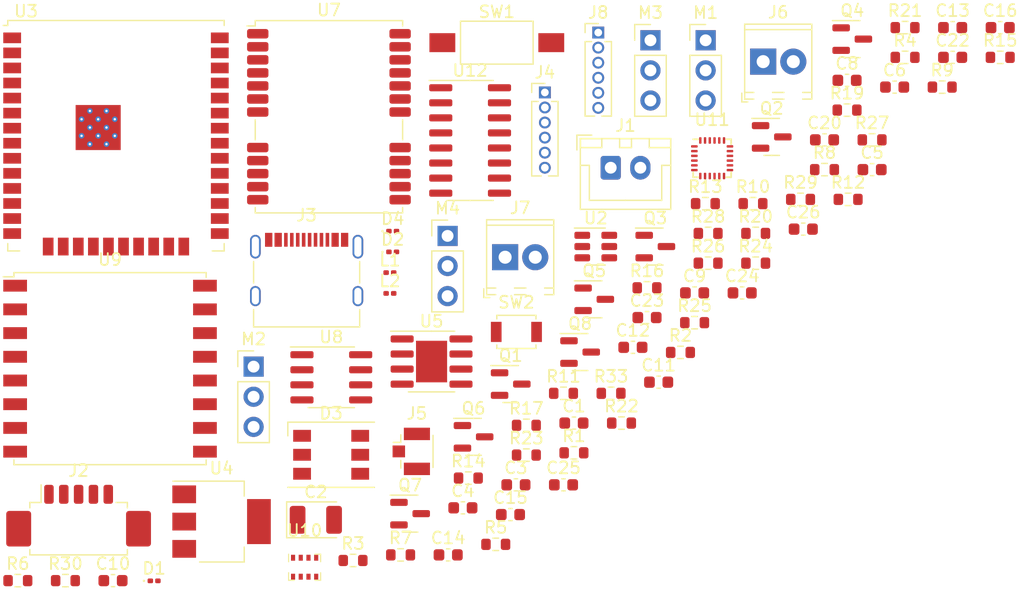
<source format=kicad_pcb>
(kicad_pcb (version 20211014) (generator pcbnew)
  (layers (0 "F.Cu" signal) (31 "B.Cu" signal) (34 "B.Paste" user) (35 "F.Paste" user) (36 "B.SilkS" user "B.Silkscreen") (37 "F.SilkS" user "F.Silkscreen") (38 "B.Mask" user) (39 "F.Mask" user) (44 "Edge.Cuts" user))
  (net 0 "")
  (net 1 "+5V")
  (net 2 "GND")
  (net 3 "+BATT")
  (net 4 "+3V3")
  (net 5 "Net-(C8-Pad1)")
  (net 6 "Net-(C10-Pad1)")
  (net 7 "Net-(C12-Pad2)")
  (net 8 "Net-(C24-Pad1)")
  (net 9 "Net-(C26-Pad1)")
  (net 10 "Net-(D1-Pad2)")
  (net 11 "Net-(D2-Pad2)")
  (net 13 "Net-(D3-Pad2)")
  (net 15 "Net-(D4-Pad2)")
  (net 16 "EXT_INT")
  (net 17 "SCL")
  (net 18 "cc1")
  (net 19 "Net-(J3-PadA6)")
  (net 20 "Net-(J3-PadA7)")
  (net 22 "cc2")
  (net 24 "TDO")
  (net 25 "TMS")
  (net 26 "TCK")
  (net 27 "TDI")
  (net 28 "Net-(J5-Pad1)")
  (net 29 "Net-(J6-Pad1)")
  (net 30 "Net-(J7-Pad1)")
  (net 31 "MOSI")
  (net 32 "MISO")
  (net 33 "SCK")
  (net 34 "FLASH_SS")
  (net 35 "Net-(L1-Pad1)")
  (net 36 "Net-(L2-Pad1)")
  (net 37 "SERVO0")
  (net 38 "SERVO1")
  (net 39 "SERVO2")
  (net 40 "SERVO3")
  (net 41 "FIRE0")
  (net 42 "Net-(Q1-Pad3)")
  (net 43 "IO0")
  (net 44 "FIRE1")
  (net 45 "Net-(Q4-Pad3)")
  (net 46 "Buzz")
  (net 47 "Net-(BZ1-Pad2)")
  (net 48 "Net-(Q7-Pad1)")
  (net 49 "Net-(Q7-Pad2)")
  (net 50 "RST")
  (net 51 "Net-(Q8-Pad1)")
  (net 52 "Net-(Q8-Pad2)")
  (net 53 "SDA")
  (net 54 "Net-(R8-Pad2)")
  (net 55 "Net-(R10-Pad1)")
  (net 56 "Net-(R13-Pad1)")
  (net 57 "Net-(R14-Pad2)")
  (net 58 "LORA_SS")
  (net 59 "IMU_SS")
  (net 60 "TXD")
  (net 61 "Net-(R26-Pad2)")
  (net 62 "RXD")
  (net 63 "Net-(R27-Pad2)")
  (net 64 "D+")
  (net 65 "D-")
  (net 92 "Net-(AE1-Pad1)")
  (footprint "Connector_PinHeader_2.54mm:PinHeader_1x03_P2.54mm_Vertical" (layer "F.Cu") (at 115.3 33.81)
    (fp_text reference "M1" (at 0 -2.33) (layer "F.SilkS"))
    (fp_text value "Motor_Servo")
    (pad "1" thru_hole rect (at 0 0) (size 1.7 1.7) (drill 1) (layers *.Cu *.Mask) (net 37 "SERVO0"))
    (pad "2" thru_hole oval (at 0 2.54) (size 1.7 1.7) (drill 1) (layers *.Cu *.Mask) (net 1 "+5V"))
    (pad "3" thru_hole oval (at 0 5.08) (size 1.7 1.7) (drill 1) (layers *.Cu *.Mask) (net 2 "GND"))
  )
  (footprint "Package_TO_SOT_SMD:SOT-23" (layer "F.Cu") (at 98.87 62.81)
    (fp_text reference "Q1" (at 0 -2.4) (layer "F.SilkS"))
    (fp_text value "BSS138")
    (pad "1" smd roundrect (at -0.9375 -0.95) (size 1.475 0.6) (layers "F.Cu" "F.Paste" "F.Mask") (net 4 "+3V3"))
    (pad "2" smd roundrect (at -0.9375 0.95) (size 1.475 0.6) (layers "F.Cu" "F.Paste" "F.Mask") (net 41 "FIRE0"))
    (pad "3" smd roundrect (at 0.9375 0) (size 1.475 0.6) (layers "F.Cu" "F.Paste" "F.Mask") (net 42 "Net-(Q1-Pad3)"))
  )
  (footprint "Button_Switch_SMD:SW_SPST_FSMSM" (layer "F.Cu") (at 97.7 34.01)
    (fp_text reference "SW1" (at 0 -2.6) (layer "F.SilkS"))
    (fp_text value "RST")
    (pad "1" smd rect (at -4.59 0) (size 2.18 1.6) (layers "F.Cu" "F.Paste" "F.Mask") (net 2 "GND"))
    (pad "2" smd rect (at 4.59 0) (size 2.18 1.6) (layers "F.Cu" "F.Paste" "F.Mask") (net 50 "RST"))
  )
  (footprint "Inductor_SMD:L_0201_0603Metric" (layer "F.Cu") (at 88.69 53.41)
    (fp_text reference "L1" (at 0 -1.05) (layer "F.SilkS"))
    (fp_text value "10u")
    (pad "1" smd roundrect (at -0.32 0) (size 0.46 0.4) (layers "F.Cu" "F.Mask") (net 35 "Net-(L1-Pad1)"))
    (pad "2" smd roundrect (at 0.32 0) (size 0.46 0.4) (layers "F.Cu" "F.Mask") (net 1 "+5V"))
  )
  (footprint "Resistor_SMD:R_0603_1608Metric" (layer "F.Cu") (at 108.21 66.1)
    (fp_text reference "R22" (at 0 -1.43) (layer "F.SilkS"))
    (fp_text value "1k")
    (pad "1" smd roundrect (at -0.825 0) (size 0.8 0.95) (layers "F.Cu" "F.Paste" "F.Mask") (net 11 "Net-(D2-Pad2)"))
    (pad "2" smd roundrect (at 0.825 0) (size 0.8 0.95) (layers "F.Cu" "F.Paste" "F.Mask") (net 29 "Net-(J6-Pad1)"))
  )
  (footprint "Capacitor_SMD:C_0603_1608Metric" (layer "F.Cu") (at 125.32 42.21)
    (fp_text reference "C20" (at 0 -1.43) (layer "F.SilkS"))
    (fp_text value "100n")
    (pad "1" smd roundrect (at -0.775 0) (size 0.9 0.95) (layers "F.Cu" "F.Paste" "F.Mask") (net 4 "+3V3"))
    (pad "2" smd roundrect (at 0.775 0) (size 0.9 0.95) (layers "F.Cu" "F.Paste" "F.Mask") (net 2 "GND"))
  )
  (footprint "LED_SMD:LED_WS2812_PLCC6_5.0x5.0mm_P1.6mm" (layer "F.Cu") (at 83.735 68.775)
    (fp_text reference "D3" (at 0 -3.5) (layer "F.SilkS"))
    (fp_text value "WS2812")
    (pad "1" smd rect (at -2.45 -1.6) (size 1.5 1) (layers "F.Cu" "F.Paste" "F.Mask"))
    (pad "2" smd rect (at -2.45 0) (size 1.5 1) (layers "F.Cu" "F.Paste" "F.Mask") (net 13 "Net-(D3-Pad2)"))
    (pad "3" smd rect (at -2.45 1.6) (size 1.5 1) (layers "F.Cu" "F.Paste" "F.Mask") (net 1 "+5V"))
    (pad "4" smd rect (at 2.45 1.6) (size 1.5 1) (layers "F.Cu" "F.Paste" "F.Mask"))
    (pad "5" smd rect (at 2.45 0) (size 1.5 1) (layers "F.Cu" "F.Paste" "F.Mask") (net 1 "+5V"))
    (pad "6" smd rect (at 2.45 -1.6) (size 1.5 1) (layers "F.Cu" "F.Paste" "F.Mask") (net 2 "GND"))
  )
  (footprint "Package_TO_SOT_SMD:SOT-223-3_TabPin2" (layer "F.Cu") (at 74.5 74.41)
    (fp_text reference "U4" (at 0 -4.5) (layer "F.SilkS"))
    (fp_text value "AMS1117-3.3")
    (pad "1" smd rect (at -3.15 -2.3) (size 2 1.5) (layers "F.Cu" "F.Paste" "F.Mask") (net 2 "GND"))
    (pad "2" smd rect (at 3.15 0) (size 2 3.8) (layers "F.Cu" "F.Paste" "F.Mask") (net 4 "+3V3"))
    (pad "2" smd rect (at -3.15 0) (size 2 1.5) (layers "F.Cu" "F.Paste" "F.Mask") (net 4 "+3V3"))
    (pad "3" smd rect (at -3.15 2.3) (size 2 1.5) (layers "F.Cu" "F.Paste" "F.Mask") (net 1 "+5V"))
  )
  (footprint "Connector_PinHeader_2.54mm:PinHeader_1x03_P2.54mm_Vertical" (layer "F.Cu") (at 93.55 50.31)
    (fp_text reference "M4" (at 0 -2.33) (layer "F.SilkS"))
    (fp_text value "Motor_Servo")
    (pad "1" thru_hole rect (at 0 0) (size 1.7 1.7) (drill 1) (layers *.Cu *.Mask) (net 40 "SERVO3"))
    (pad "2" thru_hole oval (at 0 2.54) (size 1.7 1.7) (drill 1) (layers *.Cu *.Mask) (net 1 "+5V"))
    (pad "3" thru_hole oval (at 0 5.08) (size 1.7 1.7) (drill 1) (layers *.Cu *.Mask) (net 2 "GND"))
  )
  (footprint "Capacitor_SMD:C_0603_1608Metric" (layer "F.Cu") (at 103.32 71.31)
    (fp_text reference "C25" (at 0 -1.43) (layer "F.SilkS"))
    (fp_text value "100n")
    (pad "1" smd roundrect (at -0.775 0) (size 0.9 0.95) (layers "F.Cu" "F.Paste" "F.Mask") (net 4 "+3V3"))
    (pad "2" smd roundrect (at 0.775 0) (size 0.9 0.95) (layers "F.Cu" "F.Paste" "F.Mask") (net 2 "GND"))
  )
  (footprint "Capacitor_SMD:C_0603_1608Metric" (layer "F.Cu") (at 114.37 55.12)
    (fp_text reference "C9" (at 0 -1.43) (layer "F.SilkS"))
    (fp_text value "100n")
    (pad "1" smd roundrect (at -0.775 0) (size 0.9 0.95) (layers "F.Cu" "F.Paste" "F.Mask") (net 4 "+3V3"))
    (pad "2" smd roundrect (at 0.775 0) (size 0.9 0.95) (layers "F.Cu" "F.Paste" "F.Mask") (net 2 "GND"))
  )
  (footprint "Resistor_SMD:R_0603_1608Metric" (layer "F.Cu") (at 127.31 47.23)
    (fp_text reference "R12" (at 0 -1.43) (layer "F.SilkS"))
    (fp_text value "22")
    (pad "1" smd roundrect (at -0.825 0) (size 0.8 0.95) (layers "F.Cu" "F.Paste" "F.Mask") (net 4 "+3V3"))
    (pad "2" smd roundrect (at 0.825 0) (size 0.8 0.95) (layers "F.Cu" "F.Paste" "F.Mask") (net 36 "Net-(L2-Pad1)"))
  )
  (footprint "Package_TO_SOT_SMD:SOT-23" (layer "F.Cu") (at 90.39 73.74)
    (fp_text reference "Q7" (at 0 -2.4) (layer "F.SilkS"))
    (fp_text value "S8050")
    (pad "1" smd roundrect (at -0.9375 -0.95) (size 1.475 0.6) (layers "F.Cu" "F.Paste" "F.Mask") (net 48 "Net-(Q7-Pad1)"))
    (pad "2" smd roundrect (at -0.9375 0.95) (size 1.475 0.6) (layers "F.Cu" "F.Paste" "F.Mask") (net 49 "Net-(Q7-Pad2)"))
    (pad "3" smd roundrect (at 0.9375 0) (size 1.475 0.6) (layers "F.Cu" "F.Paste" "F.Mask") (net 50 "RST"))
  )
  (footprint "Package_TO_SOT_SMD:SOT-23" (layer "F.Cu") (at 111.06 51.21)
    (fp_text reference "Q3" (at 0 -2.4) (layer "F.SilkS"))
    (fp_text value "IRLML6402")
    (pad "1" smd roundrect (at -0.9375 -0.95) (size 1.475 0.6) (layers "F.Cu" "F.Paste" "F.Mask") (net 42 "Net-(Q1-Pad3)"))
    (pad "2" smd roundrect (at -0.9375 0.95) (size 1.475 0.6) (layers "F.Cu" "F.Paste" "F.Mask") (net 3 "+BATT"))
    (pad "3" smd roundrect (at 0.9375 0) (size 1.475 0.6) (layers "F.Cu" "F.Paste" "F.Mask") (net 29 "Net-(J6-Pad1)"))
  )
  (footprint "Resistor_SMD:R_0603_1608Metric" (layer "F.Cu") (at 135.24 37.76)
    (fp_text reference "R9" (at 0 -1.43) (layer "F.SilkS"))
    (fp_text value "91k")
    (pad "1" smd roundrect (at -0.825 0) (size 0.8 0.95) (layers "F.Cu" "F.Paste" "F.Mask") (net 7 "Net-(C12-Pad2)"))
    (pad "2" smd roundrect (at 0.825 0) (size 0.8 0.95) (layers "F.Cu" "F.Paste" "F.Mask") (net 2 "GND"))
  )
  (footprint "Capacitor_SMD:C_0603_1608Metric" (layer "F.Cu") (at 140.13 32.74)
    (fp_text reference "C16" (at 0 -1.43) (layer "F.SilkS"))
    (fp_text value "100n")
    (pad "1" smd roundrect (at -0.775 0) (size 0.9 0.95) (layers "F.Cu" "F.Paste" "F.Mask") (net 4 "+3V3"))
    (pad "2" smd roundrect (at 0.775 0) (size 0.9 0.95) (layers "F.Cu" "F.Paste" "F.Mask") (net 2 "GND"))
  )
  (footprint "Button_Switch_SMD:SW_SPST_B3U-1000P" (layer "F.Cu") (at 99.35 58.41)
    (fp_text reference "SW2" (at 0 -2.5) (layer "F.SilkS"))
    (fp_text value "IO0")
    (pad "1" smd rect (at -1.7 0) (size 0.9 1.7) (layers "F.Cu" "F.Paste" "F.Mask") (net 2 "GND"))
    (pad "2" smd rect (at 1.7 0) (size 0.9 1.7) (layers "F.Cu" "F.Paste" "F.Mask") (net 43 "IO0"))
  )
  (footprint "Resistor_SMD:R_0603_1608Metric" (layer "F.Cu") (at 129.33 42.21)
    (fp_text reference "R27" (at 0 -1.43) (layer "F.SilkS"))
    (fp_text value "470")
    (pad "1" smd roundrect (at -0.825 0) (size 0.8 0.95) (layers "F.Cu" "F.Paste" "F.Mask") (net 62 "RXD"))
    (pad "2" smd roundrect (at 0.825 0) (size 0.8 0.95) (layers "F.Cu" "F.Paste" "F.Mask") (net 63 "Net-(R27-Pad2)"))
  )
  (footprint "RF_Module:HOPERF_RFM9XW_SMD" (layer "F.Cu") (at 65.1 61.51)
    (fp_text reference "U9" (at 0 -9.2) (layer "F.SilkS"))
    (fp_text value "RFM98W-315S2")
    (pad "1" smd rect (at -8 -7) (size 2 1) (layers "F.Cu" "F.Paste" "F.Mask") (net 2 "GND"))
    (pad "2" smd rect (at -8 -5) (size 2 1) (layers "F.Cu" "F.Paste" "F.Mask") (net 32 "MISO"))
    (pad "3" smd rect (at -8 -3) (size 2 1) (layers "F.Cu" "F.Paste" "F.Mask") (net 31 "MOSI"))
    (pad "4" smd rect (at -8 -1) (size 2 1) (layers "F.Cu" "F.Paste" "F.Mask") (net 33 "SCK"))
    (pad "5" smd rect (at -8 1) (size 2 1) (layers "F.Cu" "F.Paste" "F.Mask") (net 58 "LORA_SS"))
    (pad "6" smd rect (at -8 3) (size 2 1) (layers "F.Cu" "F.Paste" "F.Mask"))
    (pad "7" smd rect (at -8 5) (size 2 1) (layers "F.Cu" "F.Paste" "F.Mask"))
    (pad "8" smd rect (at -8 7) (size 2 1) (layers "F.Cu" "F.Paste" "F.Mask") (net 2 "GND"))
    (pad "9" smd rect (at 8 7) (size 2 1) (layers "F.Cu" "F.Paste" "F.Mask") (net 92 "Net-(AE1-Pad1)"))
    (pad "10" smd rect (at 8 5) (size 2 1) (layers "F.Cu" "F.Paste" "F.Mask") (net 2 "GND"))
    (pad "11" smd rect (at 8 3) (size 2 1) (layers "F.Cu" "F.Paste" "F.Mask"))
    (pad "12" smd rect (at 8 1) (size 2 1) (layers "F.Cu" "F.Paste" "F.Mask"))
    (pad "13" smd rect (at 8 -1) (size 2 1) (layers "F.Cu" "F.Paste" "F.Mask") (net 4 "+3V3"))
    (pad "14" smd rect (at 8 -3) (size 2 1) (layers "F.Cu" "F.Paste" "F.Mask"))
    (pad "15" smd rect (at 8 -5) (size 2 1) (layers "F.Cu" "F.Paste" "F.Mask"))
    (pad "16" smd rect (at 8 -7) (size 2 1) (layers "F.Cu" "F.Paste" "F.Mask"))
  )
  (footprint "Package_TO_SOT_SMD:SOT-23" (layer "F.Cu") (at 104.72 60.11)
    (fp_text reference "Q8" (at 0 -2.4) (layer "F.SilkS"))
    (fp_text value "S8050")
    (pad "1" smd roundrect (at -0.9375 -0.95) (size 1.475 0.6) (layers "F.Cu" "F.Paste" "F.Mask") (net 51 "Net-(Q8-Pad1)"))
    (pad "2" smd roundrect (at -0.9375 0.95) (size 1.475 0.6) (layers "F.Cu" "F.Paste" "F.Mask") (net 52 "Net-(Q8-Pad2)"))
    (pad "3" smd roundrect (at 0.9375 0) (size 1.475 0.6) (layers "F.Cu" "F.Paste" "F.Mask") (net 43 "IO0"))
  )
  (footprint "RF_Module:ESP32-WROOM-32U" (layer "F.Cu") (at 65.6 41.86)
    (fp_text reference "U3" (at -7.58 -10.5 180) (layer "F.SilkS"))
    (fp_text value "ESP32-WROOM-32U")
    (pad "1" smd rect (at -8.75 -8.255) (size 1.5 0.9) (layers "F.Cu" "F.Paste" "F.Mask") (net 2 "GND"))
    (pad "2" smd rect (at -8.75 -6.985) (size 1.5 0.9) (layers "F.Cu" "F.Paste" "F.Mask") (net 4 "+3V3"))
    (pad "3" smd rect (at -8.75 -5.715) (size 1.5 0.9) (layers "F.Cu" "F.Paste" "F.Mask") (net 50 "RST"))
    (pad "4" smd rect (at -8.75 -4.445) (size 1.5 0.9) (layers "F.Cu" "F.Paste" "F.Mask"))
    (pad "5" smd rect (at -8.75 -3.175) (size 1.5 0.9) (layers "F.Cu" "F.Paste" "F.Mask"))
    (pad "6" smd rect (at -8.75 -1.905) (size 1.5 0.9) (layers "F.Cu" "F.Paste" "F.Mask"))
    (pad "7" smd rect (at -8.75 -0.635) (size 1.5 0.9) (layers "F.Cu" "F.Paste" "F.Mask"))
    (pad "8" smd rect (at -8.75 0.635) (size 1.5 0.9) (layers "F.Cu" "F.Paste" "F.Mask") (net 41 "FIRE0"))
    (pad "9" smd rect (at -8.75 1.905) (size 1.5 0.9) (layers "F.Cu" "F.Paste" "F.Mask") (net 44 "FIRE1"))
    (pad "10" smd rect (at -8.75 3.175) (size 1.5 0.9) (layers "F.Cu" "F.Paste" "F.Mask") (net 46 "Buzz"))
    (pad "11" smd rect (at -8.75 4.445) (size 1.5 0.9) (layers "F.Cu" "F.Paste" "F.Mask") (net 59 "IMU_SS"))
    (pad "12" smd rect (at -8.75 5.715) (size 1.5 0.9) (layers "F.Cu" "F.Paste" "F.Mask") (net 58 "LORA_SS"))
    (pad "13" smd rect (at -8.75 6.985) (size 1.5 0.9) (layers "F.Cu" "F.Paste" "F.Mask") (net 25 "TMS"))
    (pad "14" smd rect (at -8.75 8.255) (size 1.5 0.9) (layers "F.Cu" "F.Paste" "F.Mask") (net 27 "TDI"))
    (pad "15" smd rect (at -5.715 9.35 90) (size 1.5 0.9) (layers "F.Cu" "F.Paste" "F.Mask") (net 2 "GND"))
    (pad "16" smd rect (at -4.445 9.35 90) (size 1.5 0.9) (layers "F.Cu" "F.Paste" "F.Mask") (net 26 "TCK"))
    (pad "17" smd rect (at -3.175 9.35 90) (size 1.5 0.9) (layers "F.Cu" "F.Paste" "F.Mask"))
    (pad "18" smd rect (at -1.905 9.35 90) (size 1.5 0.9) (layers "F.Cu" "F.Paste" "F.Mask"))
    (pad "19" smd rect (at -0.635 9.35 90) (size 1.5 0.9) (layers "F.Cu" "F.Paste" "F.Mask"))
    (pad "20" smd rect (at 0.635 9.35 90) (size 1.5 0.9) (layers "F.Cu" "F.Paste" "F.Mask"))
    (pad "21" smd rect (at 1.905 9.35 90) (size 1.5 0.9) (layers "F.Cu" "F.Paste" "F.Mask"))
    (pad "22" smd rect (at 3.175 9.35 90) (size 1.5 0.9) (layers "F.Cu" "F.Paste" "F.Mask"))
    (pad "23" smd rect (at 4.445 9.35 90) (size 1.5 0.9) (layers "F.Cu" "F.Paste" "F.Mask") (net 24 "TDO"))
    (pad "24" smd rect (at 5.715 9.35 90) (size 1.5 0.9) (layers "F.Cu" "F.Paste" "F.Mask") (net 34 "FLASH_SS"))
    (pad "25" smd rect (at 8.75 8.255) (size 1.5 0.9) (layers "F.Cu" "F.Paste" "F.Mask") (net 43 "IO0"))
    (pad "26" smd rect (at 8.75 6.985) (size 1.5 0.9) (layers "F.Cu" "F.Paste" "F.Mask") (net 38 "SERVO1"))
    (pad "27" smd rect (at 8.75 5.715) (size 1.5 0.9) (layers "F.Cu" "F.Paste" "F.Mask") (net 37 "SERVO0"))
    (pad "28" smd rect (at 8.75 4.445) (size 1.5 0.9) (layers "F.Cu" "F.Paste" "F.Mask") (net 40 "SERVO3"))
    (pad "29" smd rect (at 8.75 3.175) (size 1.5 0.9) (layers "F.Cu" "F.Paste" "F.Mask") (net 39 "SERVO2"))
    (pad "30" smd rect (at 8.75 1.905) (size 1.5 0.9) (layers "F.Cu" "F.Paste" "F.Mask") (net 33 "SCK"))
    (pad "31" smd rect (at 8.75 0.635) (size 1.5 0.9) (layers "F.Cu" "F.Paste" "F.Mask") (net 32 "MISO"))
    (pad "32" smd rect (at 8.75 -0.635) (size 1.5 0.9) (layers "F.Cu" "F.Paste" "F.Mask"))
    (pad "33" smd rect (at 8.75 -1.905) (size 1.5 0.9) (layers "F.Cu" "F.Paste" "F.Mask") (net 53 "SDA"))
    (pad "34" smd rect (at 8.75 -3.175) (size 1.5 0.9) (layers "F.Cu" "F.Paste" "F.Mask") (net 60 "TXD"))
    (pad "35" smd rect (at 8.75 -4.445) (size 1.5 0.9) (layers "F.Cu" "F.Paste" "F.Mask") (net 62 "RXD"))
    (pad "36" smd rect (at 8.75 -5.715) (size 1.5 0.9) (layers "F.Cu" "F.Paste" "F.Mask") (net 17 "SCL"))
    (pad "37" smd rect (at 8.75 -6.985) (size 1.5 0.9) (layers "F.Cu" "F.Paste" "F.Mask") (net 31 "MOSI"))
    (pad "38" smd rect (at 8.75 -8.255) (size 1.5 0.9) (layers "F.Cu" "F.Paste" "F.Mask") (net 2 "GND"))
    (pad "39" thru_hole circle (at -2.9 -1.39) (size 0.475 0.475) (drill 0.2) (layers *.Cu "F.Mask") (net 2 "GND"))
    (pad "39" smd rect (at -1.5 -0.69) (size 0.9 0.9) (layers "F.Cu" "F.Paste") (net 2 "GND"))
    (pad "39" thru_hole circle (at -0.1 0.01) (size 0.475 0.475) (drill 0.2) (layers *.Cu "F.Mask") (net 2 "GND"))
    (pad "39" thru_hole circle (at -0.8 0.71) (size 0.475 0.475) (drill 0.2) (layers *.Cu "F.Mask") (net 2 "GND"))
    (pad "39" thru_hole circle (at -2.2 0.71) (size 0.475 0.475) (drill 0.2) (layers *.Cu "F.Mask") (net 2 "GND"))
    (pad "39" smd rect (at -2.9 -2.09) (size 0.9 0.9) (layers "F.Cu" "F.Paste") (net 2 "GND"))
    (pad "39" thru_hole circle (at -0.8 -0.69) (size 0.475 0.475) (drill 0.2) (layers *.Cu "F.Mask") (net 2 "GND"))
    (pad "39" smd rect (at -0.1 0.71) (size 0.9 0.9) (layers "F.Cu" "F.Paste") (net 2 "GND"))
    (pad "39" thru_hole circle (at -1.5 0.01) (size 0.475 0.475) (drill 0.2) (layers *.Cu "F.Mask") (net 2 "GND"))
    (pad "39" smd rect (at -1.5 -0.69) (size 3.8 3.8) (layers "F.Cu" "F.Mask") (net 2 "GND"))
    (pad "39" smd rect (at -2.9 -0.69) (size 0.9 0.9) (layers "F.Cu" "F.Paste") (net 2 "GND"))
    (pad "39" smd rect (at -0.1 -0.69) (size 0.9 0.9) (layers "F.Cu" "F.Paste") (net 2 "GND"))
    (pad "39" thru_hole circle (at -2.2 -2.09) (size 0.475 0.475) (drill 0.2) (layers *.Cu "F.Mask") (net 2 "GND"))
    (pad "39" thru_hole circle (at -0.1 -1.39) (size 0.475 0.475) (drill 0.2) (layers *.Cu "F.Mask") (net 2 "GND"))
    (pad "39" smd rect (at -1.5 -2.09) (size 0.9 0.9) (layers "F.Cu" "F.Paste") (net 2 "GND"))
    (pad "39" thru_hole circle (at -2.2 -0.69) (size 0.475 0.475) (drill 0.2) (layers *.Cu "F.Mask") (net 2 "GND"))
    (pad "39" thru_hole circle (at -0.8 -2.09) (size 0.475 0.475) (drill 0.2) (layers *.Cu "F.Mask") (net 2 "GND"))
    (pad "39" smd rect (at -2.9 0.71) (size 0.9 0.9) (layers "F.Cu" "F.Paste") (net 2 "GND"))
    (pad "39" smd rect (at -0.1 -2.09) (size 0.9 0.9) (layers "F.Cu" "F.Paste") (net 2 "GND"))
    (pad "39" thru_hole circle (at -2.9 0.01) (size 0.475 0.475) (drill 0.2) (layers *.Cu "F.Mask") (net 2 "GND"))
    (pad "39" smd rect (at -1.5 0.71) (size 0.9 0.9) (layers "F.Cu" "F.Paste") (net 2 "GND"))
    (pad "39" thru_hole circle (at -1.5 -1.39) (size 0.475 0.475) (drill 0.2) (layers *.Cu "F.Mask") (net 2 "GND"))
  )
  (footprint "Resistor_SMD:R_0603_1608Metric" (layer "F.Cu") (at 103.32 63.59)
    (fp_text reference "R11" (at 0 -1.43) (layer "F.SilkS"))
    (fp_text value "52.5k")
    (pad "1" smd roundrect (at -0.825 0) (size 0.8 0.95) (layers "F.Cu" "F.Paste" "F.Mask") (net 55 "Net-(R10-Pad1)"))
    (pad "2" smd roundrect (at 0.825 0) (size 0.8 0.95) (layers "F.Cu" "F.Paste" "F.Mask") (net 1 "+5V"))
  )
  (footprint "Capacitor_SMD:C_0603_1608Metric" (layer "F.Cu") (at 123.53 49.74)
    (fp_text reference "C26" (at 0 -1.43) (layer "F.SilkS"))
    (fp_text value "100n")
    (pad "1" smd roundrect (at -0.775 0) (size 0.9 0.95) (layers "F.Cu" "F.Paste" "F.Mask") (net 9 "Net-(C26-Pad1)"))
    (pad "2" smd roundrect (at 0.775 0) (size 0.9 0.95) (layers "F.Cu" "F.Paste" "F.Mask") (net 2 "GND"))
  )
  (footprint "Resistor_SMD:R_0603_1608Metric" (layer "F.Cu") (at 119.52 50.1)
    (fp_text reference "R20" (at 0 -1.43) (layer "F.SilkS"))
    (fp_text value "100K")
    (pad "1" smd roundrect (at -0.825 0) (size 0.8 0.95) (layers "F.Cu" "F.Paste" "F.Mask") (net 3 "+BATT"))
    (pad "2" smd roundrect (at 0.825 0) (size 0.8 0.95) (layers "F.Cu" "F.Paste" "F.Mask") (net 42 "Net-(Q1-Pad3)"))
  )
  (footprint "Resistor_SMD:R_0603_1608Metric" (layer "F.Cu") (at 89.59 77.22)
    (fp_text reference "R7" (at 0 -1.43) (layer "F.SilkS"))
    (fp_text value "5k1")
    (pad "1" smd roundrect (at -0.825 0) (size 0.8 0.95) (layers "F.Cu" "F.Paste" "F.Mask") (net 22 "cc2"))
    (pad "2" smd roundrect (at 0.825 0) (size 0.8 0.95) (layers "F.Cu" "F.Paste" "F.Mask") (net 2 "GND"))
  )
  (footprint "Capacitor_SMD:C_0603_1608Metric" (layer "F.Cu") (at 94.84 73.25)
    (fp_text reference "C4" (at 0 -1.43) (layer "F.SilkS"))
    (fp_text value "1u")
    (pad "1" smd roundrect (at -0.775 0) (size 0.9 0.95) (layers "F.Cu" "F.Paste" "F.Mask") (net 4 "+3V3"))
    (pad "2" smd roundrect (at 0.775 0) (size 0.9 0.95) (layers "F.Cu" "F.Paste" "F.Mask") (net 2 "GND"))
  )
  (footprint "Package_SO:SOIC-8-1EP_3.9x4.9mm_P1.27mm_EP2.62x3.51mm" (layer "F.Cu") (at 92.2 60.91)
    (fp_text reference "U5" (at 0 -3.4) (layer "F.SilkS"))
    (fp_text value "MP2303ADN")
    (pad "1" smd roundrect (at -2.48 -1.905) (size 1.94 0.6) (layers "F.Cu" "F.Paste" "F.Mask") (net 35 "Net-(L1-Pad1)"))
    (pad "2" smd roundrect (at -2.48 -0.635) (size 1.94 0.6) (layers "F.Cu" "F.Paste" "F.Mask") (net 3 "+BATT"))
    (pad "3" smd roundrect (at -2.48 0.635) (size 1.94 0.6) (layers "F.Cu" "F.Paste" "F.Mask") (net 35 "Net-(L1-Pad1)"))
    (pad "4" smd roundrect (at -2.48 1.905) (size 1.94 0.6) (layers "F.Cu" "F.Paste" "F.Mask") (net 2 "GND"))
    (pad "5" smd roundrect (at 2.48 1.905) (size 1.94 0.6) (layers "F.Cu" "F.Paste" "F.Mask") (net 55 "Net-(R10-Pad1)"))
    (pad "6" smd roundrect (at 2.48 0.635) (size 1.94 0.6) (layers "F.Cu" "F.Paste" "F.Mask") (net 6 "Net-(C10-Pad1)"))
    (pad "7" smd roundrect (at 2.48 -0.635) (size 1.94 0.6) (layers "F.Cu" "F.Paste" "F.Mask") (net 54 "Net-(R8-Pad2)"))
    (pad "8" smd roundrect (at 2.48 -1.905) (size 1.94 0.6) (layers "F.Cu" "F.Paste" "F.Mask") (net 5 "Net-(C8-Pad1)"))
    (pad "9" smd rect (at 0 0) (size 2.62 3.51) (layers "F.Cu" "F.Mask"))
  )
  (footprint "Resistor_SMD:R_0603_1608Metric" (layer "F.Cu") (at 57.33 79.39)
    (fp_text reference "R6" (at 0 -1.43) (layer "F.SilkS"))
    (fp_text value "4k7")
    (pad "1" smd roundrect (at -0.825 0) (size 0.8 0.95) (layers "F.Cu" "F.Paste" "F.Mask") (net 4 "+3V3"))
    (pad "2" smd roundrect (at 0.825 0) (size 0.8 0.95) (layers "F.Cu" "F.Paste" "F.Mask") (net 17 "SCL"))
  )
  (footprint "Resistor_SMD:R_0603_1608Metric" (layer "F.Cu") (at 110.36 54.69)
    (fp_text reference "R16" (at 0 -1.43) (layer "F.SilkS"))
    (fp_text value "100K")
    (pad "1" smd roundrect (at -0.825 0) (size 0.8 0.95) (layers "F.Cu" "F.Paste" "F.Mask") (net 4 "+3V3"))
    (pad "2" smd roundrect (at 0.825 0) (size 0.8 0.95) (layers "F.Cu" "F.Paste" "F.Mask") (net 41 "FIRE0"))
  )
  (footprint "Resistor_SMD:R_0603_1608Metric" (layer "F.Cu") (at 61.34 79.39)
    (fp_text reference "R30" (at 0 -1.43) (layer "F.SilkS"))
    (fp_text value "10k")
    (pad "1" smd roundrect (at -0.825 0) (size 0.8 0.95) (layers "F.Cu" "F.Paste" "F.Mask") (net 4 "+3V3"))
    (pad "2" smd roundrect (at 0.825 0) (size 0.8 0.95) (layers "F.Cu" "F.Paste" "F.Mask") (net 34 "FLASH_SS"))
  )
  (footprint "Resistor_SMD:R_0603_1608Metric" (layer "F.Cu") (at 100.19 68.8)
    (fp_text reference "R23" (at 0 -1.43) (layer "F.SilkS"))
    (fp_text value "100K")
    (pad "1" smd roundrect (at -0.825 0) (size 0.8 0.95) (layers "F.Cu" "F.Paste" "F.Mask") (net 4 "+3V3"))
    (pad "2" smd roundrect (at 0.825 0) (size 0.8 0.95) (layers "F.Cu" "F.Paste" "F.Mask") (net 44 "FIRE1"))
  )
  (footprint "Resistor_SMD:R_0603_1608Metric" (layer "F.Cu") (at 113.18 60.14)
    (fp_text reference "R2" (at 0 -1.43) (layer "F.SilkS"))
    (fp_text value "10k")
    (pad "1" smd roundrect (at -0.825 0) (size 0.8 0.95) (layers "F.Cu" "F.Paste" "F.Mask") (net 4 "+3V3"))
    (pad "2" smd roundrect (at 0.825 0) (size 0.8 0.95) (layers "F.Cu" "F.Paste" "F.Mask") (net 43 "IO0"))
  )
  (footprint "Resistor_SMD:R_0603_1608Metric" (layer "F.Cu") (at 85.58 77.69)
    (fp_text reference "R3" (at 0 -1.43) (layer "F.SilkS"))
    (fp_text value "10k")
    (pad "1" smd roundrect (at -0.825 0) (size 0.8 0.95) (layers "F.Cu" "F.Paste" "F.Mask") (net 4 "+3V3"))
    (pad "2" smd roundrect (at 0.825 0) (size 0.8 0.95) (layers "F.Cu" "F.Paste" "F.Mask") (net 37 "SERVO0"))
  )
  (footprint "Package_TO_SOT_SMD:SOT-23" (layer "F.Cu") (at 127.66 33.71)
    (fp_text reference "Q4" (at 0 -2.4) (layer "F.SilkS"))
    (fp_text value "BSS138")
    (pad "1" smd roundrect (at -0.9375 -0.95) (size 1.475 0.6) (layers "F.Cu" "F.Paste" "F.Mask") (net 4 "+3V3"))
    (pad "2" smd roundrect (at -0.9375 0.95) (size 1.475 0.6) (layers "F.Cu" "F.Paste" "F.Mask") (net 44 "FIRE1"))
    (pad "3" smd roundrect (at 0.9375 0) (size 1.475 0.6) (layers "F.Cu" "F.Paste" "F.Mask") (net 45 "Net-(Q4-Pad3)"))
  )
  (footprint "Resistor_SMD:R_0603_1608Metric" (layer "F.Cu") (at 115.51 50.1)
    (fp_text reference "R28" (at 0 -1.43) (layer "F.SilkS"))
    (fp_text value "10k")
    (pad "1" smd roundrect (at -0.825 0) (size 0.8 0.95) (layers "F.Cu" "F.Paste" "F.Mask") (net 51 "Net-(Q8-Pad1)"))
    (pad "2" smd roundrect (at 0.825 0) (size 0.8 0.95) (layers "F.Cu" "F.Paste" "F.Mask") (net 49 "Net-(Q7-Pad2)"))
  )
  (footprint "Resistor_SMD:R_0603_1608Metric" (layer "F.Cu") (at 97.61 76.33)
    (fp_text reference "R5" (at 0 -1.43) (layer "F.SilkS"))
    (fp_text value "5k1")
    (pad "1" smd roundrect (at -0.825 0) (size 0.8 0.95) (layers "F.Cu" "F.Paste" "F.Mask") (net 18 "cc1"))
    (pad "2" smd roundrect (at 0.825 0) (size 0.8 0.95) (layers "F.Cu" "F.Paste" "F.Mask") (net 2 "GND"))
  )
  (footprint "Resistor_SMD:R_0603_1608Metric" (layer "F.Cu") (at 140.13 35.25)
    (fp_text reference "R15" (at 0 -1.43) (layer "F.SilkS"))
    (fp_text value "10k")
    (pad "1" smd roundrect (at -0.825 0) (size 0.8 0.95) (layers "F.Cu" "F.Paste" "F.Mask") (net 4 "+3V3"))
    (pad "2" smd roundrect (at 0.825 0) (size 0.8 0.95) (layers "F.Cu" "F.Paste" "F.Mask") (net 58 "LORA_SS"))
  )
  (footprint "Package_SO:SOIC-16_3.9x9.9mm_P1.27mm" (layer "F.Cu") (at 95.45 42.26)
    (fp_text reference "U12" (at 0 -5.9) (layer "F.SilkS"))
    (fp_text value "CH340C")
    (pad "1" smd roundrect (at -2.475 -4.445) (size 1.95 0.6) (layers "F.Cu" "F.Paste" "F.Mask") (net 2 "GND"))
    (pad "2" smd roundrect (at -2.475 -3.175) (size 1.95 0.6) (layers "F.Cu" "F.Paste" "F.Mask") (net 61 "Net-(R26-Pad2)"))
    (pad "3" smd roundrect (at -2.475 -1.905) (size 1.95 0.6) (layers "F.Cu" "F.Paste" "F.Mask") (net 63 "Net-(R27-Pad2)"))
    (pad "4" smd roundrect (at -2.475 -0.635) (size 1.95 0.6) (layers "F.Cu" "F.Paste" "F.Mask") (net 9 "Net-(C26-Pad1)"))
    (pad "5" smd roundrect (at -2.475 0.635) (size 1.95 0.6) (layers "F.Cu" "F.Paste" "F.Mask") (net 64 "D+"))
    (pad "6" smd roundrect (at -2.475 1.905) (size 1.95 0.6) (layers "F.Cu" "F.Paste" "F.Mask") (net 65 "D-"))
    (pad "7" smd roundrect (at -2.475 3.175) (size 1.95 0.6) (layers "F.Cu" "F.Paste" "F.Mask"))
    (pad "8" smd roundrect (at -2.475 4.445) (size 1.95 0.6) (layers "F.Cu" "F.Paste" "F.Mask"))
    (pad "9" smd roundrect (at 2.475 4.445) (size 1.95 0.6) (layers "F.Cu" "F.Paste" "F.Mask"))
    (pad "10" smd roundrect (at 2.475 3.175) (size 1.95 0.6) (layers "F.Cu" "F.Paste" "F.Mask"))
    (pad "11" smd roundrect (at 2.475 1.905) (size 1.95 0.6) (layers "F.Cu" "F.Paste" "F.Mask"))
    (pad "12" smd roundrect (at 2.475 0.635) (size 1.95 0.6) (layers "F.Cu" "F.Paste" "F.Mask"))
    (pad "13" smd roundrect (at 2.475 -0.635) (size 1.95 0.6) (layers "F.Cu" "F.Paste" "F.Mask") (net 51 "Net-(Q8-Pad1)"))
    (pad "14" smd roundrect (at 2.475 -1.905) (size 1.95 0.6) (layers "F.Cu" "F.Paste" "F.Mask") (net 48 "Net-(Q7-Pad1)"))
    (pad "15" smd roundrect (at 2.475 -3.175) (size 1.95 0.6) (layers "F.Cu" "F.Paste" "F.Mask"))
    (pad "16" smd roundrect (at 2.475 -4.445) (size 1.95 0.6) (layers "F.Cu" "F.Paste" "F.Mask") (net 4 "+3V3"))
  )
  (footprint "Connector_Molex:Molex_PicoBlade_53261-0571_1x05-1MP_P1.25mm_Horizontal" (layer "F.Cu") (at 62.45 74.51)
    (fp_text reference "J2" (at 0 -4.4) (layer "F.SilkS"))
    (fp_text value "Switching")
    (pad "1" smd roundrect (at -2.5 -2.4) (size 0.8 1.6) (layers "F.Cu" "F.Paste" "F.Mask") (net 4 "+3V3"))
    (pad "2" smd roundrect (at -1.25 -2.4) (size 0.8 1.6) (layers "F.Cu" "F.Paste" "F.Mask") (net 2 "GND"))
    (pad "3" smd roundrect (at 0 -2.4) (size 0.8 1.6) (layers "F.Cu" "F.Paste" "F.Mask") (net 16 "EXT_INT"))
    (pad "4" smd roundrect (at 1.25 -2.4) (size 0.8 1.6) (layers "F.Cu" "F.Paste" "F.Mask") (net 17 "SCL"))
    (pad "5" smd roundrect (at 2.5 -2.4) (size 0.8 1.6) (layers "F.Cu" "F.Paste" "F.Mask") (net 17 "SCL"))
    (pad "MP" smd roundrect (at -5.05 0.5) (size 2.1 3) (layers "F.Cu" "F.Paste" "F.Mask") (roundrect_rratio 0.119048) (net 2 "GND"))
    (pad "MP" smd roundrect (at 5.05 0.5) (size 2.1 3) (layers "F.Cu" "F.Paste" "F.Mask") (roundrect_rratio 0.119048) (net 2 "GND"))
  )
  (footprint "Capacitor_SMD:C_0603_1608Metric" (layer "F.Cu") (at 131.23 37.76)
    (fp_text reference "C6" (at 0 -1.43) (layer "F.SilkS"))
    (fp_text value "1u")
    (pad "1" smd roundrect (at -0.775 0) (size 0.9 0.95) (layers "F.Cu" "F.Paste" "F.Mask") (net 4 "+3V3"))
    (pad "2" smd roundrect (at 0.775 0) (size 0.9 0.95) (layers "F.Cu" "F.Paste" "F.Mask") (net 2 "GND"))
  )
  (footprint "Sensor_Motion:InvenSense_QFN-24_3x3mm_P0.4mm" (layer "F.Cu") (at 115.85 43.76)
    (fp_text reference "U11" (at 0 -3.25) (layer "F.SilkS"))
    (fp_text value "MPU-9250")
    (pad "1" smd roundrect (at -1.5 -1) (size 0.55 0.2) (layers "F.Cu" "F.Paste" "F.Mask") (net 4 "+3V3"))
    (pad "2" smd roundrect (at -1.5 -0.6) (size 0.55 0.2) (layers "F.Cu" "F.Paste" "F.Mask"))
    (pad "3" smd roundrect (at -1.5 -0.2) (size 0.55 0.2) (layers "F.Cu" "F.Paste" "F.Mask"))
    (pad "4" smd roundrect (at -1.5 0.2) (size 0.55 0.2) (layers "F.Cu" "F.Paste" "F.Mask"))
    (pad "5" smd roundrect (at -1.5 0.6) (size 0.55 0.2) (layers "F.Cu" "F.Paste" "F.Mask"))
    (pad "6" smd roundrect (at -1.5 1) (size 0.55 0.2) (layers "F.Cu" "F.Paste" "F.Mask"))
    (pad "7" smd roundrect (at -1 1.5 90) (size 0.55 0.2) (layers "F.Cu" "F.Paste" "F.Mask"))
    (pad "8" smd roundrect (at -0.6 1.5 90) (size 0.55 0.2) (layers "F.Cu" "F.Paste" "F.Mask") (net 4 "+3V3"))
    (pad "9" smd roundrect (at -0.2 1.5 90) (size 0.55 0.2) (layers "F.Cu" "F.Paste" "F.Mask") (net 32 "MISO"))
    (pad "10" smd roundrect (at 0.2 1.5 90) (size 0.55 0.2) (layers "F.Cu" "F.Paste" "F.Mask") (net 8 "Net-(C24-Pad1)"))
    (pad "11" smd roundrect (at 0.6 1.5 90) (size 0.55 0.2) (layers "F.Cu" "F.Paste" "F.Mask") (net 2 "GND"))
    (pad "12" smd roundrect (at 1 1.5 90) (size 0.55 0.2) (layers "F.Cu" "F.Paste" "F.Mask"))
    (pad "13" smd roundrect (at 1.5 1) (size 0.55 0.2) (layers "F.Cu" "F.Paste" "F.Mask") (net 4 "+3V3"))
    (pad "14" smd roundrect (at 1.5 0.6) (size 0.55 0.2) (layers "F.Cu" "F.Paste" "F.Mask"))
    (pad "15" smd roundrect (at 1.5 0.2) (size 0.55 0.2) (layers "F.Cu" "F.Paste" "F.Mask"))
    (pad "16" smd roundrect (at 1.5 -0.2) (size 0.55 0.2) (layers "F.Cu" "F.Paste" "F.Mask"))
    (pad "17" smd roundrect (at 1.5 -0.6) (size 0.55 0.2) (layers "F.Cu" "F.Paste" "F.Mask"))
    (pad "18" smd roundrect (at 1.5 -1) (size 0.55 0.2) (layers "F.Cu" "F.Paste" "F.Mask") (net 2 "GND"))
    (pad "19" smd roundrect (at 1 -1.5 90) (size 0.55 0.2) (layers "F.Cu" "F.Paste" "F.Mask"))
    (pad "20" smd roundrect (at 0.6 -1.5 90) (size 0.55 0.2) (layers "F.Cu" "F.Paste" "F.Mask") (net 2 "GND"))
    (pad "21" smd roundrect (at 0.2 -1.5 90) (size 0.55 0.2) (layers "F.Cu" "F.Paste" "F.Mask"))
    (pad "22" smd roundrect (at -0.2 -1.5 90) (size 0.55 0.2) (layers "F.Cu" "F.Paste" "F.Mask") (net 59 "IMU_SS"))
    (pad "23" smd roundrect (at -0.6 -1.5 90) (size 0.55 0.2) (layers "F.Cu" "F.Paste" "F.Mask") (net 33 "SCK"))
    (pad "24" smd roundrect (at -1 -1.5 90) (size 0.55 0.2) (layers "F.Cu" "F.Paste" "F.Mask") (net 31 "MOSI"))
  )
  (footprint "Resistor_SMD:R_0603_1608Metric" (layer "F.Cu") (at 132.11 35.25)
    (fp_text reference "R4" (at 0 -1.43) (layer "F.SilkS"))
    (fp_text value "4k7")
    (pad "1" smd roundrect (at -0.825 0) (size 0.8 0.95) (layers "F.Cu" "F.Paste" "F.Mask") (net 4 "+3V3"))
    (pad "2" smd roundrect (at 0.825 0) (size 0.8 0.95) (layers "F.Cu" "F.Paste" "F.Mask") (net 53 "SDA"))
  )
  (footprint "Capacitor_SMD:C_0603_1608Metric" (layer "F.Cu") (at 110.36 57.2)
    (fp_text reference "C23" (at 0 -1.43) (layer "F.SilkS"))
    (fp_text value "100n")
    (pad "1" smd roundrect (at -0.775 0) (size 0.9 0.95) (layers "F.Cu" "F.Paste" "F.Mask") (net 4 "+3V3"))
    (pad "2" smd roundrect (at 0.775 0) (size 0.9 0.95) (layers "F.Cu" "F.Paste" "F.Mask") (net 2 "GND"))
  )
  (footprint "Connector_Coaxial:U.FL_Hirose_U.FL-R-SMT-1_Vertical" (layer "F.Cu") (at 90.49 68.49)
    (fp_text reference "J5" (at 0.475 -3.2) (layer "F.SilkS"))
    (fp_text value "GPS_ANT")
    (pad "1" smd rect (at -1.05 0) (size 1.05 1) (layers "F.Cu" "F.Paste" "F.Mask") (net 28 "Net-(J5-Pad1)"))
    (pad "2" smd rect (at 0.475 1.475) (size 2.2 1.05) (layers "F.Cu" "F.Paste" "F.Mask") (net 2 "GND"))
    (pad "2" smd rect (at 0.475 -1.475) (size 2.2 1.05) (layers "F.Cu" "F.Paste" "F.Mask") (net 2 "GND"))
  )
  (footprint "Connector_PinHeader_2.54mm:PinHeader_1x03_P2.54mm_Vertical" (layer "F.Cu") (at 77.2 61.34)
    (fp_text reference "M2" (at 0 -2.33) (layer "F.SilkS"))
    (fp_text value "Motor_Servo")
    (pad "1" thru_hole rect (at 0 0) (size 1.7 1.7) (drill 1) (layers *.Cu *.Mask) (net 38 "SERVO1"))
    (pad "2" thru_hole oval (at 0 2.54) (size 1.7 1.7) (drill 1) (layers *.Cu *.Mask) (net 1 "+5V"))
    (pad "3" thru_hole oval (at 0 5.08) (size 1.7 1.7) (drill 1) (layers *.Cu *.Mask) (net 2 "GND"))
  )
  (footprint "Package_SO:SOIC-8_3.9x4.9mm_P1.27mm" (layer "F.Cu") (at 83.75 62.24)
    (fp_text reference "U8" (at 0 -3.4) (layer "F.SilkS"))
    (fp_text value "AT25SF081-SSHD-X")
    (pad "1" smd roundrect (at -2.475 -1.905) (size 1.95 0.6) (layers "F.Cu" "F.Paste" "F.Mask") (net 34 "FLASH_SS"))
    (pad "2" smd roundrect (at -2.475 -0.635) (size 1.95 0.6) (layers "F.Cu" "F.Paste" "F.Mask") (net 32 "MISO"))
    (pad "3" smd roundrect (at -2.475 0.635) (size 1.95 0.6) (layers "F.Cu" "F.Paste" "F.Mask"))
    (pad "4" smd roundrect (at -2.475 1.905) (size 1.95 0.6) (layers "F.Cu" "F.Paste" "F.Mask") (net 2 "GND"))
    (pad "5" smd roundrect (at 2.475 1.905) (size 1.95 0.6) (layers "F.Cu" "F.Paste" "F.Mask") (net 31 "MOSI"))
    (pad "6" smd roundrect (at 2.475 0.635) (size 1.95 0.6) (layers "F.Cu" "F.Paste" "F.Mask") (net 33 "SCK"))
    (pad "7" smd roundrect (at 2.475 -0.635) (size 1.95 0.6) (layers "F.Cu" "F.Paste" "F.Mask"))
    (pad "8" smd roundrect (at 2.475 -1.905) (size 1.95 0.6) (layers "F.Cu" "F.Paste" "F.Mask") (net 4 "+3V3"))
  )
  (footprint "Capacitor_SMD:C_0603_1608Metric" (layer "F.Cu") (at 127.22 37.19)
    (fp_text reference "C8" (at 0 -1.43) (layer "F.SilkS"))
    (fp_text value "100n")
    (pad "1" smd roundrect (at -0.775 0) (size 0.9 0.95) (layers "F.Cu" "F.Paste" "F.Mask") (net 5 "Net-(C8-Pad1)"))
    (pad "2" smd roundrect (at 0.775 0) (size 0.9 0.95) (layers "F.Cu" "F.Paste" "F.Mask") (net 2 "GND"))
  )
  (footprint "Connector_PinHeader_2.54mm:PinHeader_1x03_P2.54mm_Vertical" (layer "F.Cu") (at 110.65 33.81)
    (fp_text reference "M3" (at 0 -2.33) (layer "F.SilkS"))
    (fp_text value "Motor_Servo")
    (pad "1" thru_hole rect (at 0 0) (size 1.7 1.7) (drill 1) (layers *.Cu *.Mask) (net 39 "SERVO2"))
    (pad "2" thru_hole oval (at 0 2.54) (size 1.7 1.7) (drill 1) (layers *.Cu *.Mask) (net 1 "+5V"))
    (pad "3" thru_hole oval (at 0 5.08) (size 1.7 1.7) (drill 1) (layers *.Cu *.Mask) (net 2 "GND"))
  )
  (footprint "Package_TO_SOT_SMD:SOT-23" (layer "F.Cu") (at 120.87 41.96)
    (fp_text reference "Q2" (at 0 -2.4) (layer "F.SilkS"))
    (fp_text value "BSS138")
    (pad "1" smd roundrect (at -0.9375 -0.95) (size 1.475 0.6) (layers "F.Cu" "F.Paste" "F.Mask") (net 4 "+3V3"))
    (pad "2" smd roundrect (at -0.9375 0.95) (size 1.475 0.6) (layers "F.Cu" "F.Paste" "F.Mask") (net 43 "IO0"))
    (pad "3" smd roundrect (at 0.9375 0) (size 1.475 0.6) (layers "F.Cu" "F.Paste" "F.Mask") (net 13 "Net-(D3-Pad2)"))
  )
  (footprint "LED_SMD:LED_0201_0603Metric" (layer "F.Cu") (at 88.925 49.91)
    (fp_text reference "D4" (at 0 -1.05) (layer "F.SilkS"))
    (fp_text value "F1_LED")
    (pad "1" smd roundrect (at -0.32 0) (size 0.46 0.4) (layers "F.Cu" "F.Mask") (net 2 "GND"))
    (pad "2" smd roundrect (at 0.32 0) (size 0.46 0.4) (layers "F.Cu" "F.Mask") (net 15 "Net-(D4-Pad2)"))
  )
  (footprint "Capacitor_SMD:C_0603_1608Metric" (layer "F.Cu") (at 98.85 73.82)
    (fp_text reference "C15" (at 0 -1.43) (layer "F.SilkS"))
    (fp_text value "47u")
    (pad "1" smd roundrect (at -0.775 0) (size 0.9 0.95) (layers "F.Cu" "F.Paste" "F.Mask") (net 1 "+5V"))
    (pad "2" smd roundrect (at 0.775 0) (size 0.9 0.95) (layers "F.Cu" "F.Paste" "F.Mask") (net 2 "GND"))
  )
  (footprint "Capacitor_SMD:C_0603_1608Metric" (layer "F.Cu") (at 129.33 44.72)
    (fp_text reference "C5" (at 0 -1.43) (layer "F.SilkS"))
    (fp_text value "10u")
    (pad "1" smd roundrect (at -0.775 0) (size 0.9 0.95) (layers "F.Cu" "F.Paste" "F.Mask") (net 3 "+BATT"))
    (pad "2" smd roundrect (at 0.775 0) (size 0.9 0.95) (layers "F.Cu" "F.Paste" "F.Mask") (net 2 "GND"))
  )
  (footprint "Resistor_SMD:R_0603_1608Metric" (layer "F.Cu") (at 115.28 47.59)
    (fp_text reference "R13" (at 0 -1.43) (layer "F.SilkS"))
    (fp_text value "330")
    (pad "1" smd roundrect (at -0.825 0) (size 0.8 0.95) (layers "F.Cu" "F.Paste" "F.Mask") (net 56 "Net-(R13-Pad1)"))
    (pad "2" smd roundrect (at 0.825 0) (size 0.8 0.95) (layers "F.Cu" "F.Paste" "F.Mask") (net 10 "Net-(D1-Pad2)"))
  )
  (footprint "Connector_PinHeader_1.27mm:PinHeader_1x06_P1.27mm_Vertical" (layer "F.Cu") (at 106.25 33.16)
    (fp_text reference "J8" (at 0 -1.695) (layer "F.SilkS"))
    (fp_text value "Flash_SPI")
    (pad "1" thru_hole rect (at 0 0) (size 1 1) (drill 0.65) (layers *.Cu *.Mask) (net 2 "GND"))
    (pad "2" thru_hole oval (at 0 1.27) (size 1 1) (drill 0.65) (layers *.Cu *.Mask) (net 31 "MOSI"))
    (pad "3" thru_hole oval (at 0 2.54) (size 1 1) (drill 0.65) (layers *.Cu *.Mask) (net 32 "MISO"))
    (pad "4" thru_hole oval (at 0 3.81) (size 1 1) (drill 0.65) (layers *.Cu *.Mask) (net 33 "SCK"))
    (pad "5" thru_hole oval (at 0 5.08) (size 1 1) (drill 0.65) (layers *.Cu *.Mask) (net 34 "FLASH_SS"))
    (pad "6" thru_hole oval (at 0 6.35) (size 1 1) (drill 0.65) (layers *.Cu *.Mask) (net 4 "+3V3"))
  )
  (footprint "Connector_USB:USB_C_Receptacle_Palconn_UTC16-G" (layer "F.Cu") (at 81.67 53.15)
    (fp_text reference "J3" (at 0 -4.58) (layer "F.SilkS"))
    (fp_text value "USB_C_Receptacle_USB2.0")
    (pad "" np_thru_hole circle (at 2.89 -1.45 180) (size 0.6 0.6) (drill 0.6) (layers *.Cu *.Mask))
    (pad "" np_thru_hole circle (at -2.89 -1.45 180) (size 0.6 0.6) (drill 0.6) (layers *.Cu *.Mask))
    (pad "A1" smd rect (at -3.2 -2.51) (size 0.6 1.16) (layers "F.Cu" "F.Paste" "F.Mask") (net 2 "GND"))
    (pad "A4" smd rect (at -2.4 -2.51) (size 0.6 1.16) (layers "F.Cu" "F.Paste" "F.Mask") (net 1 "+5V"))
    (pad "A5" smd rect (at -1.25 -2.51 180) (size 0.3 1.16) (layers "F.Cu" "F.Paste" "F.Mask") (net 18 "cc1"))
    (pad "A6" smd rect (at -0.25 -2.51 180) (size 0.3 1.16) (layers "F.Cu" "F.Paste" "F.Mask") (net 19 "Net-(J3-PadA6)"))
    (pad "A7" smd rect (at 0.25 -2.51 180) (size 0.3 1.16) (layers "F.Cu" "F.Paste" "F.Mask") (net 20 "Net-(J3-PadA7)"))
    (pad "A8" smd rect (at 1.25 -2.51 180) (size 0.3 1.16) (layers "F.Cu" "F.Paste" "F.Mask"))
    (pad "A9" smd rect (at 2.4 -2.51) (size 0.6 1.16) (layers "F.Cu" "F.Paste" "F.Mask") (net 1 "+5V"))
    (pad "A12" smd rect (at 3.2 -2.51) (size 0.6 1.16) (layers "F.Cu" "F.Paste" "F.Mask") (net 2 "GND"))
    (pad "B1" smd rect (at 3.2 -2.51) (size 0.6 1.16) (layers "F.Cu" "F.Paste" "F.Mask") (net 2 "GND"))
    (pad "B4" smd rect (at 2.4 -2.51) (size 0.6 1.16) (layers "F.Cu" "F.Paste" "F.Mask") (net 1 "+5V"))
    (pad "B5" smd rect (at 1.75 -2.51 180) (size 0.3 1.16) (layers "F.Cu" "F.Paste" "F.Mask") (net 22 "cc2"))
    (pad "B6" smd rect (at 0.75 -2.51 180) (size 0.3 1.16) (layers "F.Cu" "F.Paste" "F.Mask") (net 19 "Net-(J3-PadA6)"))
    (pad "B7" smd rect (at -0.75 -2.51 180) (size 0.3 1.16) (layers "F.Cu" "F.Paste" "F.Mask") (net 20 "Net-(J3-PadA7)"))
    (pad "B8" smd rect (at -1.75 -2.51 180) (size 0.3 1.16) (layers "F.Cu" "F.Paste" "F.Mask"))
    (pad "B9" smd rect (at -2.4 -2.51) (size 0.6 1.16) (layers "F.Cu" "F.Paste" "F.Mask") (net 1 "+5V"))
    (pad "B12" smd rect (at -3.2 -2.51) (size 0.6 1.16) (layers "F.Cu" "F.Paste" "F.Mask") (net 2 "GND"))
    (pad "S1" thru_hole oval (at -4.32 2.24 90) (size 1.7 0.9) (drill oval 1.4 0.6) (layers *.Cu *.Mask) (net 2 "GND"))
    (pad "S1" thru_hole oval (at 4.32 -1.93 90) (size 2 0.9) (drill oval 1.7 0.6) (layers *.Cu *.Mask) (net 2 "GND"))
    (pad "S1" thru_hole oval (at -4.32 -1.93 90) (size 2 0.9) (drill oval 1.7 0.6) (layers *.Cu *.Mask) (net 2 "GND"))
    (pad "S1" thru_hole oval (at 4.32 2.24 90) (size 1.7 0.9) (drill oval 1.4 0.6) (layers *.Cu *.Mask) (net 2 "GND"))
  )
  (footprint "Package_TO_SOT_SMD:SOT-23" (layer "F.Cu") (at 105.91 55.66)
    (fp_text reference "Q5" (at 0 -2.4) (layer "F.SilkS"))
    (fp_text value "IRLML6402")
    (pad "1" smd roundrect (at -0.9375 -0.95) (size 1.475 0.6) (layers "F.Cu" "F.Paste" "F.Mask") (net 45 "Net-(Q4-Pad3)"))
    (pad "2" smd roundrect (at -0.9375 0.95) (size 1.475 0.6) (layers "F.Cu" "F.Paste" "F.Mask") (net 3 "+BATT"))
    (pad "3" smd roundrect (at 0.9375 0) (size 1.475 0.6) (layers "F.Cu" "F.Paste" "F.Mask") (net 30 "Net-(J7-Pad1)"))
  )
  (footprint "LED_SMD:LED_0201_0603Metric" (layer "F.Cu") (at 88.925 51.66)
    (fp_text reference "D2" (at 0 -1.05) (layer "F.SilkS"))
    (fp_text value "F0_LED")
    (pad "1" smd roundrect (at -0.32 0) (size 0.46 0.4) (layers "F.Cu" "F.Mask") (net 2 "GND"))
    (pad "2" smd roundrect (at 0.32 0) (size 0.46 0.4) (layers "F.Cu" "F.Mask") (net 11 "Net-(D2-Pad2)"))
  )
  (footprint "Resistor_SMD:R_0603_1608Metric" (layer "F.Cu") (at 127.22 39.7)
    (fp_text reference "R19" (at 0 -1.43) (layer "F.SilkS"))
    (fp_text value "100K")
    (pad "1" smd roundrect (at -0.825 0) (size 0.8 0.95) (layers "F.Cu" "F.Paste" "F.Mask") (net 4 "+3V3"))
    (pad "2" smd roundrect (at 0.825 0) (size 0.8 0.95) (layers "F.Cu" "F.Paste" "F.Mask") (net 43 "IO0"))
  )
  (footprint "Capacitor_SMD:C_0603_1608Metric" (layer "F.Cu") (at 111.34 62.65)
    (fp_text reference "C11" (at 0 -1.43) (layer "F.SilkS"))
    (fp_text value "100n")
    (pad "1" smd roundrect (at -0.775 0) (size 0.9 0.95) (layers "F.Cu" "F.Paste" "F.Mask") (net 4 "+3V3"))
    (pad "2" smd roundrect (at 0.775 0) (size 0.9 0.95) (layers "F.Cu" "F.Paste" "F.Mask") (net 2 "GND"))
  )
  (footprint "Package_TO_SOT_SMD:SOT-23-6" (layer "F.Cu") (at 106.04 51.21)
    (fp_text reference "U2" (at 0 -2.4) (layer "F.SilkS"))
    (fp_text value "USBLC6-2SC6")
    (pad "1" smd roundrect (at -1.1375 -0.95) (size 1.325 0.6) (layers "F.Cu" "F.Paste" "F.Mask") (net 19 "Net-(J3-PadA6)"))
    (pad "2" smd roundrect (at -1.1375 0) (size 1.325 0.6) (layers "F.Cu" "F.Paste" "F.Mask") (net 2 "GND"))
    (pad "3" smd roundrect (at -1.1375 0.95) (size 1.325 0.6) (layers "F.Cu" "F.Paste" "F.Mask") (net 64 "D+"))
    (pad "4" smd roundrect (at 1.1375 0.95) (size 1.325 0.6) (layers "F.Cu" "F.Paste" "F.Mask") (net 65 "D-"))
    (pad "5" smd roundrect (at 1.1375 0) (size 1.325 0.6) (layers "F.Cu" "F.Paste" "F.Mask") (net 1 "+5V"))
    (pad "6" smd roundrect (at 1.1375 -0.95) (size 1.325 0.6) (layers "F.Cu" "F.Paste" "F.Mask") (net 20 "Net-(J3-PadA7)"))
  )
  (footprint "TerminalBlock_Phoenix:TerminalBlock_Phoenix_MPT-0,5-2-2.54_1x02_P2.54mm_Horizontal" (layer "F.Cu") (at 98.4 52.11)
    (fp_text reference "J7" (at 1.27 -4.16) (layer "F.SilkS"))
    (fp_text value "F1")
    (pad "" np_thru_hole circle (at 0 2.54) (size 1.1 1.1) (drill 1.1) (layers *.Cu *.Mask))
    (pad "" np_thru_hole circle (at 2.54 2.54) (size 1.1 1.1) (drill 1.1) (layers *.Cu *.Mask))
    (pad "1" thru_hole rect (at 0 0) (size 2.2 2.2) (drill 1.1) (layers *.Cu *.Mask) (net 30 "Net-(J7-Pad1)"))
    (pad "2" thru_hole circle (at 2.54 0) (size 2.2 2.2) (drill 1.1) (layers *.Cu *.Mask) (net 2 "GND"))
  )
  (footprint "Resistor_SMD:R_0603_1608Metric" (layer "F.Cu") (at 95.3 70.74)
    (fp_text reference "R14" (at 0 -1.43) (layer "F.SilkS"))
    (fp_text value "10k")
    (pad "1" smd roundrect (at -0.825 0) (size 0.8 0.95) (layers "F.Cu" "F.Paste" "F.Mask") (net 4 "+3V3"))
    (pad "2" smd roundrect (at 0.825 0) (size 0.8 0.95) (layers "F.Cu" "F.Paste" "F.Mask") (net 57 "Net-(R14-Pad2)"))
  )
  (footprint "LED_SMD:LED_0201_0603Metric" (layer "F.Cu") (at 68.815 79.41)
    (fp_text reference "D1" (at 0 -1.05) (layer "F.SilkS"))
    (fp_text value "GPS_LED")
    (pad "1" smd roundrect (at -0.32 0) (size 0.46 0.4) (layers "F.Cu" "F.Mask") (net 2 "GND"))
    (pad "2" smd roundrect (at 0.32 0) (size 0.46 0.4) (layers "F.Cu" "F.Mask") (net 10 "Net-(D1-Pad2)"))
  )
  (footprint "Capacitor_SMD:C_0603_1608Metric" (layer "F.Cu") (at 118.38 55.12)
    (fp_text reference "C24" (at 0 -1.43) (layer "F.SilkS"))
    (fp_text value "100n")
    (pad "1" smd roundrect (at -0.775 0) (size 0.9 0.95) (layers "F.Cu" "F.Paste" "F.Mask") (net 8 "Net-(C24-Pad1)"))
    (pad "2" smd roundrect (at 0.775 0) (size 0.9 0.95) (layers "F.Cu" "F.Paste" "F.Mask") (net 2 "GND"))
  )
  (footprint "Package_TO_SOT_SMD:SOT-23" (layer "F.Cu") (at 95.74 67.26)
    (fp_text reference "Q6" (at 0 -2.4) (layer "F.SilkS"))
    (fp_text value "S8050")
    (pad "1" smd roundrect (at -0.9375 -0.95) (size 1.475 0.6) (layers "F.Cu" "F.Paste" "F.Mask") (net 2 "GND"))
    (pad "2" smd roundrect (at -0.9375 0.95) (size 1.475 0.6) (layers "F.Cu" "F.Paste" "F.Mask") (net 46 "Buzz"))
    (pad "3" smd roundrect (at 0.9375 0) (size 1.475 0.6) (layers "F.Cu" "F.Paste" "F.Mask") (net 47 "Net-(BZ1-Pad2)"))
  )
  (footprint "Resistor_SMD:R_0603_1608Metric" (layer "F.Cu") (at 115.51 52.61)
    (fp_text reference "R26" (at 0 -1.43) (layer "F.SilkS"))
    (fp_text value "470")
    (pad "1" smd roundrect (at -0.825 0) (size 0.8 0.95) (layers "F.Cu" "F.Paste" "F.Mask") (net 60 "TXD"))
    (pad "2" smd roundrect (at 0.825 0) (size 0.8 0.95) (layers "F.Cu" "F.Paste" "F.Mask") (net 61 "Net-(R26-Pad2)"))
  )
  (footprint "Capacitor_SMD:C_0603_1608Metric" (layer "F.Cu") (at 136.12 35.25)
    (fp_text reference "C22" (at 0 -1.43) (layer "F.SilkS"))
    (fp_text value "10n")
    (pad "1" smd roundrect (at -0.775 0) (size 0.9 0.95) (layers "F.Cu" "F.Paste" "F.Mask") (net 4 "+3V3"))
    (pad "2" smd roundrect (at 0.775 0) (size 0.9 0.95) (layers "F.Cu" "F.Paste" "F.Mask") (net 2 "GND"))
  )
  (footprint "Capacitor_SMD:C_0603_1608Metric" (layer "F.Cu") (at 65.35 79.39)
    (fp_text reference "C10" (at 0 -1.43) (layer "F.SilkS"))
    (fp_text value "50p")
    (pad "1" smd roundrect (at -0.775 0) (size 0.9 0.95) (layers "F.Cu" "F.Paste" "F.Mask") (net 6 "Net-(C10-Pad1)"))
    (pad "2" smd roundrect (at 0.775 0) (size 0.9 0.95) (layers "F.Cu" "F.Paste" "F.Mask") (net 2 "GND"))
  )
  (footprint "Resistor_SMD:R_0603_1608Metric" (layer "F.Cu") (at 119.29 47.59)
    (fp_text reference "R10" (at 0 -1.43) (layer "F.SilkS"))
    (fp_text value "10k")
    (pad "1" smd roundrect (at -0.825 0) (size 0.8 0.95) (layers "F.Cu" "F.Paste" "F.Mask") (net 55 "Net-(R10-Pad1)"))
    (pad "2" smd roundrect (at 0.825 0) (size 0.8 0.95) (layers "F.Cu" "F.Paste" "F.Mask") (net 2 "GND"))
  )
  (footprint "Resistor_SMD:R_0603_1608Metric" (layer "F.Cu") (at 107.33 63.59)
    (fp_text reference "R33" (at 0 -1.43) (layer "F.SilkS"))
    (fp_text value "10k")
    (pad "1" smd roundrect (at -0.825 0) (size 0.8 0.95) (layers "F.Cu" "F.Paste" "F.Mask") (net 46 "Buzz"))
    (pad "2" smd roundrect (at 0.825 0) (size 0.8 0.95) (layers "F.Cu" "F.Paste" "F.Mask") (net 2 "GND"))
  )
  (footprint "Capacitor_SMD:C_0603_1608Metric" (layer "F.Cu") (at 109.17 59.71)
    (fp_text reference "C12" (at 0 -1.43) (layer "F.SilkS"))
    (fp_text value "2.2n")
    (pad "1" smd roundrect (at -0.775 0) (size 0.9 0.95) (layers "F.Cu" "F.Paste" "F.Mask") (net 6 "Net-(C10-Pad1)"))
    (pad "2" smd roundrect (at 0.775 0) (size 0.9 0.95) (layers "F.Cu" "F.Paste" "F.Mask") (net 7 "Net-(C12-Pad2)"))
  )
  (footprint "Capacitor_SMD:C_0603_1608Metric" (layer "F.Cu") (at 136.12 32.74)
    (fp_text reference "C13" (at 0 -1.43) (layer "F.SilkS"))
    (fp_text value "100n")
    (pad "1" smd roundrect (at -0.775 0) (size 0.9 0.95) (layers "F.Cu" "F.Paste" "F.Mask") (net 4 "+3V3"))
    (pad "2" smd roundrect (at 0.775 0) (size 0.9 0.95) (layers "F.Cu" "F.Paste" "F.Mask") (net 2 "GND"))
  )
  (footprint "Resistor_SMD:R_0603_1608Metric" (layer "F.Cu") (at 132.11 32.74)
    (fp_text reference "R21" (at 0 -1.43) (layer "F.SilkS"))
    (fp_text value "100K")
    (pad "1" smd roundrect (at -0.825 0) (size 0.8 0.95) (layers "F.Cu" "F.Paste" "F.Mask") (net 1 "+5V"))
    (pad "2" smd roundrect (at 0.825 0) (size 0.8 0.95) (layers "F.Cu" "F.Paste" "F.Mask") (net 13 "Net-(D3-Pad2)"))
  )
  (footprint "Capacitor_SMD:C_0603_1608Metric" (layer "F.Cu") (at 93.6 77.22)
    (fp_text reference "C14" (at 0 -1.43) (layer "F.SilkS"))
    (fp_text value "1u")
    (pad "1" smd roundrect (at -0.775 0) (size 0.9 0.95) (layers "F.Cu" "F.Paste" "F.Mask") (net 4 "+3V3"))
    (pad "2" smd roundrect (at 0.775 0) (size 0.9 0.95) (layers "F.Cu" "F.Paste" "F.Mask") (net 2 "GND"))
  )
  (footprint "Resistor_SMD:R_0603_1608Metric" (layer "F.Cu") (at 123.3 47.23)
    (fp_text reference "R29" (at 0 -1.43) (layer "F.SilkS"))
    (fp_text value "10k")
    (pad "1" smd roundrect (at -0.825 0) (size 0.8 0.95) (layers "F.Cu" "F.Paste" "F.Mask") (net 48 "Net-(Q7-Pad1)"))
    (pad "2" smd roundrect (at 0.825 0) (size 0.8 0.95) (layers "F.Cu" "F.Paste" "F.Mask") (net 52 "Net-(Q8-Pad2)"))
  )
  (footprint "Connector_PinHeader_1.27mm:PinHeader_1x06_P1.27mm_Vertical" (layer "F.Cu") (at 101.75 38.21)
    (fp_text reference "J4" (at 0 -1.695) (layer "F.SilkS"))
    (fp_text value "ESP_JTAG")
    (pad "1" thru_hole rect (at 0 0) (size 1 1) (drill 0.65) (layers *.Cu *.Mask) (net 2 "GND"))
    (pad "2" thru_hole oval (at 0 1.27) (size 1 1) (drill 0.65) (layers *.Cu *.Mask) (net 24 "TDO"))
    (pad "3" thru_hole oval (at 0 2.54) (size 1 1) (drill 0.65) (layers *.Cu *.Mask) (net 25 "TMS"))
    (pad "4" thru_hole oval (at 0 3.81) (size 1 1) (drill 0.65) (layers *.Cu *.Mask) (net 26 "TCK"))
    (pad "5" thru_hole oval (at 0 5.08) (size 1 1) (drill 0.65) (layers *.Cu *.Mask) (net 27 "TDI"))
    (pad "6" thru_hole oval (at 0 6.35) (size 1 1) (drill 0.65) (layers *.Cu *.Mask) (net 4 "+3V3"))
  )
  (footprint "Resistor_SMD:R_0603_1608Metric" (layer "F.Cu") (at 119.52 52.61)
    (fp_text reference "R24" (at 0 -1.43) (layer "F.SilkS"))
    (fp_text value "100K")
    (pad "1" smd roundrect (at -0.825 0) (size 0.8 0.95) (layers "F.Cu" "F.Paste" "F.Mask") (net 3 "+BATT"))
    (pad "2" smd roundrect (at 0.825 0) (size 0.8 0.95) (layers "F.Cu" "F.Paste" "F.Mask") (net 45 "Net-(Q4-Pad3)"))
  )
  (footprint "Resistor_SMD:R_0603_1608Metric" (layer "F.Cu") (at 114.37 57.63)
    (fp_text reference "R25" (at 0 -1.43) (layer "F.SilkS"))
    (fp_text value "1k")
    (pad "1" smd roundrect (at -0.825 0) (size 0.8 0.95) (layers "F.Cu" "F.Paste" "F.Mask") (net 15 "Net-(D4-Pad2)"))
    (pad "2" smd roundrect (at 0.825 0) (size 0.8 0.95) (layers "F.Cu" "F.Paste" "F.Mask") (net 30 "Net-(J7-Pad1)"))
  )
  (footprint "Resistor_SMD:R_0603_1608Metric" (layer "F.Cu") (at 104.2 68.61)
    (fp_text reference "R1" (at 0 -1.43) (layer "F.SilkS"))
    (fp_text value "10k")
    (pad "1" smd roundrect (at -0.825 0) (size 0.8 0.95) (layers "F.Cu" "F.Paste" "F.Mask") (net 4 "+3V3"))
    (pad "2" smd roundrect (at 0.825 0) (size 0.8 0.95) (layers "F.Cu" "F.Paste" "F.Mask") (net 50 "RST"))
  )
  (footprint "Connector_JST:JST_XH_B2B-XH-A_1x02_P2.50mm_Vertical" (layer "F.Cu") (at 107.3 44.56)
    (fp_text reference "J1" (at 1.25 -3.55) (layer "F.SilkS"))
    (fp_text value "BAT1")
    (pad "1" thru_hole roundrect (at 0 0) (size 1.7 2) (drill 1) (layers *.Cu *.Mask) (roundrect_rratio 0.147059) (net 3 "+BATT"))
    (pad "2" thru_hole oval (at 2.5 0) (size 1.7 2) (drill 1) (layers *.Cu *.Mask) (net 2 "GND"))
  )
  (footprint "Capacitor_Tantalum_SMD:CP_EIA-3528-12_Kemet-T" (layer "F.Cu") (at 82.445 74.26)
    (fp_text reference "C2" (at 0 -2.35) (layer "F.SilkS"))
    (fp_text value "220u")
    (pad "1" smd roundrect (at -1.5375 0) (size 1.325 2.35) (layers "F.Cu" "F.Paste" "F.Mask") (roundrect_rratio 0.188679) (net 1 "+5V"))
    (pad "2" smd roundrect (at 1.5375 0) (size 1.325 2.35) (layers "F.Cu" "F.Paste" "F.Mask") (roundrect_rratio 0.188679) (net 2 "GND"))
  )
  (footprint "Resistor_SMD:R_0603_1608Metric" (layer "F.Cu") (at 125.32 44.72)
    (fp_text reference "R8" (at 0 -1.43) (layer "F.SilkS"))
    (fp_text value "100k")
    (pad "1" smd roundrect (at -0.825 0) (size 0.8 0.95) (layers "F.Cu" "F.Paste" "F.Mask") (net 3 "+BATT"))
    (pad "2" smd roundrect (at 0.825 0) (size 0.8 0.95) (layers "F.Cu" "F.Paste" "F.Mask") (net 54 "Net-(R8-Pad2)"))
  )
  (footprint "Inductor_SMD:L_0201_0603Metric" (layer "F.Cu") (at 88.69 55.16)
    (fp_text reference "L2" (at 0 -1.05) (layer "F.SilkS"))
    (fp_text value "22u")
    (pad "1" smd roundrect (at -0.32 0) (size 0.46 0.4) (layers "F.Cu" "F.Mask") (net 36 "Net-(L2-Pad1)"))
    (pad "2" smd roundrect (at 0.32 0) (size 0.46 0.4) (layers "F.Cu" "F.Mask") (net 28 "Net-(J5-Pad1)"))
  )
  (footprint "TerminalBlock_Phoenix:TerminalBlock_Phoenix_MPT-0,5-2-2.54_1x02_P2.54mm_Horizontal" (layer "F.Cu") (at 120.15 35.61)
    (fp_text reference "J6" (at 1.27 -4.16) (layer "F.SilkS"))
    (fp_text value "F0")
    (pad "" np_thru_hole circle (at 0 2.54) (size 1.1 1.1) (drill 1.1) (layers *.Cu *.Mask))
    (pad "" np_thru_hole circle (at 2.54 2.54) (size 1.1 1.1) (drill 1.1) (layers *.Cu *.Mask))
    (pad "1" thru_hole rect (at 0 0) (size 2.2 2.2) (drill 1.1) (layers *.Cu *.Mask) (net 29 "Net-(J6-Pad1)"))
    (pad "2" thru_hole circle (at 2.54 0) (size 2.2 2.2) (drill 1.1) (layers *.Cu *.Mask) (net 2 "GND"))
  )
  (footprint "Package_LGA:Bosch_LGA-8_2x2.5mm_P0.65mm_ClockwisePinNumbering" (layer "F.Cu") (at 81.5 78.26)
    (fp_text reference "U10" (at 0 -3.1) (layer "F.SilkS"))
    (fp_text value "BMP280")
    (pad "1" smd rect (at -0.975 -0.8 90) (size 0.5 0.35) (layers "F.Cu" "F.Paste" "F.Mask") (net 2 "GND"))
    (pad "2" smd rect (at -0.325 -0.8 90) (size 0.5 0.35) (layers "F.Cu" "F.Paste" "F.Mask") (net 57 "Net-(R14-Pad2)"))
    (pad "3" smd rect (at 0.325 -0.8 90) (size 0.5 0.35) (layers "F.Cu" "F.Paste" "F.Mask") (net 53 "SDA"))
    (pad "4" smd rect (at 0.975 -0.8 90) (size 0.5 0.35) (layers "F.Cu" "F.Paste" "F.Mask") (net 17 "SCL"))
    (pad "5" smd rect (at 0.975 0.8 90) (size 0.5 0.35) (layers "F.Cu" "F.Paste" "F.Mask"))
    (pad "6" smd rect (at 0.325 0.8 90) (size 0.5 0.35) (layers "F.Cu" "F.Paste" "F.Mask") (net 4 "+3V3"))
    (pad "7" smd rect (at -0.325 0.8 90) (size 0.5 0.35) (layers "F.Cu" "F.Paste" "F.Mask") (net 2 "GND"))
    (pad "8" smd rect (at -0.975 0.8 90) (size 0.5 0.35) (layers "F.Cu" "F.Paste" "F.Mask") (net 4 "+3V3"))
  )
  (footprint "RF_GPS:ublox_NEO" (layer "F.Cu") (at 83.55 40.26)
    (fp_text reference "U7" (at 0 -9) (layer "F.SilkS"))
    (fp_text value "NEO-XM")
    (pad "1" smd roundrect (at -6 -7) (size 1.8 0.8) (layers "F.Cu" "F.Paste" "F.Mask"))
    (pad "2" smd roundrect (at -6 -5.9) (size 1.8 0.8) (layers "F.Cu" "F.Paste" "F.Mask") (net 4 "+3V3"))
    (pad "3" smd roundrect (at -6 -4.8) (size 1.8 0.8) (layers "F.Cu" "F.Paste" "F.Mask") (net 56 "Net-(R13-Pad1)"))
    (pad "4" smd roundrect (at -6 -3.7) (size 1.8 0.8) (layers "F.Cu" "F.Paste" "F.Mask"))
    (pad "5" smd roundrect (at -6 -2.6) (size 1.8 0.8) (layers "F.Cu" "F.Paste" "F.Mask"))
    (pad "6" smd roundrect (at -6 -1.5) (size 1.8 0.8) (layers "F.Cu" "F.Paste" "F.Mask"))
    (pad "7" smd roundrect (at -6 -0.4) (size 1.8 0.8) (layers "F.Cu" "F.Paste" "F.Mask"))
    (pad "8" smd roundrect (at -6 2.6) (size 1.8 0.8) (layers "F.Cu" "F.Paste" "F.Mask") (net 4 "+3V3"))
    (pad "9" smd roundrect (at -6 3.7) (size 1.8 0.8) (layers "F.Cu" "F.Paste" "F.Mask") (net 4 "+3V3"))
    (pad "10" smd roundrect (at -6 4.8) (size 1.8 0.8) (layers "F.Cu" "F.Paste" "F.Mask") (net 2 "GND"))
    (pad "11" smd roundrect (at -6 5.9) (size 1.8 0.8) (layers "F.Cu" "F.Paste" "F.Mask") (net 28 "Net-(J5-Pad1)"))
    (pad "12" smd roundrect (at -6 7) (size 1.8 0.8) (layers "F.Cu" "F.Paste" "F.Mask") (net 2 "GND"))
    (pad "13" smd roundrect (at 6 7) (size 1.8 0.8) (layers "F.Cu" "F.Paste" "F.Mask") (net 2 "GND"))
    (pad "14" smd roundrect (at 6 5.9) (size 1.8 0.8) (layers "F.Cu" "F.Paste" "F.Mask"))
    (pad "15" smd roundrect (at 6 4.8) (size 1.8 0.8) (layers "F.Cu" "F.Paste" "F.Mask"))
    (pad "16" smd roundrect (at 6 3.7) (size 1.8 0.8) (layers "F.Cu" "F.Paste" "F.Mask"))
    (pad "17" smd roundrect (at 6 2.6) (size 1.8 0.8) (layers "F.Cu" "F.Paste" "F.Mask"))
    (pad "18" smd roundrect (at 6 -0.4) (size 1.8 0.8) (layers "F.Cu" "F.Paste" "F.Mask") (net 53 "SDA"))
    (pad "19" smd roundrect (at 6 -1.5) (size 1.8 0.8) (layers "F.Cu" "F.Paste" "F.Mask") (net 17 "SCL"))
    (pad "20" smd roundrect (at 6 -2.6) (size 1.8 0.8) (layers "F.Cu" "F.Paste" "F.Mask"))
    (pad "21" smd roundrect (at 6 -3.7) (size 1.8 0.8) (layers "F.Cu" "F.Paste" "F.Mask"))
    (pad "22" smd roundrect (at 6 -4.8) (size 1.8 0.8) (layers "F.Cu" "F.Paste" "F.Mask") (net 4 "+3V3"))
    (pad "23" smd roundrect (at 6 -5.9) (size 1.8 0.8) (layers "F.Cu" "F.Paste" "F.Mask") (net 4 "+3V3"))
    (pad "24" smd roundrect (at 6 -7) (size 1.8 0.8) (layers "F.Cu" "F.Paste" "F.Mask") (net 2 "GND"))
  )
  (footprint "Capacitor_SMD:C_0603_1608Metric" (layer "F.Cu") (at 104.2 66.1)
    (fp_text reference "C1" (at 0 -1.43) (layer "F.SilkS"))
    (fp_text value "100n")
    (pad "1" smd roundrect (at -0.775 0) (size 0.9 0.95) (layers "F.Cu" "F.Paste" "F.Mask") (net 1 "+5V"))
    (pad "2" smd roundrect (at 0.775 0) (size 0.9 0.95) (layers "F.Cu" "F.Paste" "F.Mask") (net 2 "GND"))
  )
  (footprint "Resistor_SMD:R_0603_1608Metric" (layer "F.Cu") (at 100.19 66.29)
    (fp_text reference "R17" (at 0 -1.43) (layer "F.SilkS"))
    (fp_text value "10k")
    (pad "1" smd roundrect (at -0.825 0) (size 0.8 0.95) (layers "F.Cu" "F.Paste" "F.Mask") (net 4 "+3V3"))
    (pad "2" smd roundrect (at 0.825 0) (size 0.8 0.95) (layers "F.Cu" "F.Paste" "F.Mask") (net 59 "IMU_SS"))
  )
  (footprint "Capacitor_SMD:C_0603_1608Metric" (layer "F.Cu") (at 99.31 71.31)
    (fp_text reference "C3" (at 0 -1.43) (layer "F.SilkS"))
    (fp_text value "10u")
    (pad "1" smd roundrect (at -0.775 0) (size 0.9 0.95) (layers "F.Cu" "F.Paste" "F.Mask") (net 3 "+BATT"))
    (pad "2" smd roundrect (at 0.775 0) (size 0.9 0.95) (layers "F.Cu" "F.Paste" "F.Mask") (net 2 "GND"))
  )
)
</source>
